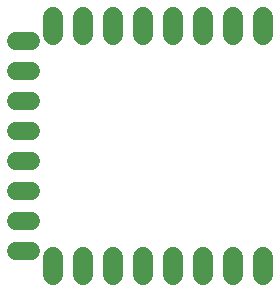
<source format=gbr>
G04 EAGLE Gerber X2 export*
G04 #@! %TF.Part,Single*
G04 #@! %TF.FileFunction,Soldermask,Top,1*
G04 #@! %TF.FilePolarity,Negative*
G04 #@! %TF.GenerationSoftware,Autodesk,EAGLE,9.0.0*
G04 #@! %TF.CreationDate,2019-08-08T19:07:45Z*
G75*
%MOMM*%
%FSLAX34Y34*%
%LPD*%
%AMOC8*
5,1,8,0,0,1.08239X$1,22.5*%
G01*
%ADD10C,1.727200*%
%ADD11C,1.524000*%


D10*
X114300Y45720D02*
X114300Y30480D01*
X139700Y30480D02*
X139700Y45720D01*
X165100Y45720D02*
X165100Y30480D01*
X190500Y30480D02*
X190500Y45720D01*
X215900Y45720D02*
X215900Y30480D01*
X241300Y30480D02*
X241300Y45720D01*
X266700Y45720D02*
X266700Y30480D01*
X292100Y30480D02*
X292100Y45720D01*
X292100Y233680D02*
X292100Y248920D01*
X266700Y248920D02*
X266700Y233680D01*
X241300Y233680D02*
X241300Y248920D01*
X215900Y248920D02*
X215900Y233680D01*
X190500Y233680D02*
X190500Y248920D01*
X165100Y248920D02*
X165100Y233680D01*
X139700Y233680D02*
X139700Y248920D01*
X114300Y248920D02*
X114300Y233680D01*
D11*
X95504Y228600D02*
X82296Y228600D01*
X82296Y203200D02*
X95504Y203200D01*
X95504Y177800D02*
X82296Y177800D01*
X82296Y152400D02*
X95504Y152400D01*
X95504Y127000D02*
X82296Y127000D01*
X82296Y101600D02*
X95504Y101600D01*
X95504Y76200D02*
X82296Y76200D01*
X82296Y50800D02*
X95504Y50800D01*
M02*

</source>
